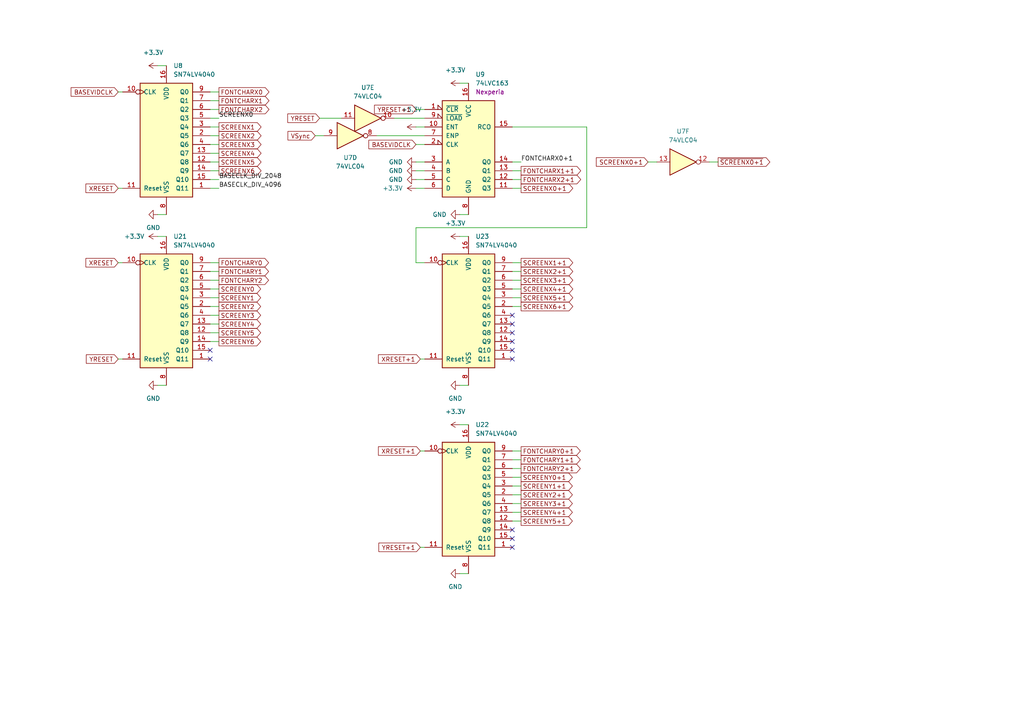
<source format=kicad_sch>
(kicad_sch (version 20211123) (generator eeschema)
  (paper "A4")
  (title_block (title "JupiterAce Z80 plus KIO and new memory format.") (rev "${REVNUM}") (company "Ontobus") (comment 1 "John Bradley") (comment 2 "https://creativecommons.org/licenses/by-nc-sa/4.0/") (comment 3 "Attribution-NonCommercial-ShareAlike 4.0 International License.") (comment 4 "This work is licensed under a Creative Commons "))
  (lib_symbols
    (symbol "74xx-FIX:74LS04"
      (property "Reference" "U" (at 0 1.27 0))
      (property "Value" "74LS04" (at 0 -1.27 0))
      (symbol "74LS04_1_0"
        (polyline (pts (xy -3.81 3.81) (xy -3.81 -3.81) (xy 3.81 0) (xy -3.81 3.81)) (stroke (width 0.254)) (fill (type background)))
        (pin input line (at -7.62 0 0) (length 3.81) (name "~") (number "1"))
        (pin output inverted (at 7.62 0 180) (length 3.81) (name "~") (number "2"))
      )
      (symbol "74LS04_2_0"
        (polyline (pts (xy -3.81 3.81) (xy -3.81 -3.81) (xy 3.81 0) (xy -3.81 3.81)) (stroke (width 0.254)) (fill (type background)))
        (pin input line (at -7.62 0 0) (length 3.81) (name "~") (number "3"))
        (pin output inverted (at 7.62 0 180) (length 3.81) (name "~") (number "4"))
      )
      (symbol "74LS04_3_0"
        (polyline (pts (xy -3.81 3.81) (xy -3.81 -3.81) (xy 3.81 0) (xy -3.81 3.81)) (stroke (width 0.254)) (fill (type background)))
        (pin input line (at -7.62 0 0) (length 3.81) (name "~") (number "5"))
        (pin output inverted (at 7.62 0 180) (length 3.81) (name "~") (number "6"))
      )
      (symbol "74LS04_4_0"
        (polyline (pts (xy -3.81 3.81) (xy -3.81 -3.81) (xy 3.81 0) (xy -3.81 3.81)) (stroke (width 0.254)) (fill (type background)))
        (pin output inverted (at 7.62 0 180) (length 3.81) (name "~") (number "8"))
        (pin input line (at -7.62 0 0) (length 3.81) (name "~") (number "9"))
      )
      (symbol "74LS04_5_0"
        (polyline (pts (xy -3.81 3.81) (xy -3.81 -3.81) (xy 3.81 0) (xy -3.81 3.81)) (stroke (width 0.254)) (fill (type background)))
        (pin output inverted (at 7.62 0 180) (length 3.81) (name "~") (number "10"))
        (pin input line (at -7.62 0 0) (length 3.81) (name "~") (number "11"))
      )
      (symbol "74LS04_6_0"
        (polyline (pts (xy -3.81 3.81) (xy -3.81 -3.81) (xy 3.81 0) (xy -3.81 3.81)) (stroke (width 0.254)) (fill (type background)))
        (pin output inverted (at 7.62 0 180) (length 3.81) (name "~") (number "12"))
        (pin input line (at -7.62 0 0) (length 3.81) (name "~") (number "13"))
      )
      (symbol "74LS04_7_0"
        (pin power_in line (at 0 12.7 270) (length 5.08) (name "VCC") (number "14"))
        (pin power_in line (at 0 -12.7 90) (length 5.08) (name "GND") (number "7"))
      )
      (symbol "74LS04_7_1"
        (rectangle (start -5.08 7.62) (end 5.08 -7.62) (stroke (width 0.254)) (fill (type background)))
      )
    )
    (symbol "74xx-FIX:74LS163" (pin_names (offset 1.016))
      (property "Reference" "U" (at -7.62 16.51 0))
      (property "Value" "74LS163" (at -7.62 -16.51 0))
      (symbol "74LS163_1_0"
        (pin input input_low (at -12.7 12.7 0) (length 5.08) (name "~{CLR}") (number "1"))
        (pin input line (at -12.7 7.62 0) (length 5.08) (name "ENT") (number "10"))
        (pin output line (at 12.7 -10.16 180) (length 5.08) (name "Q3") (number "11"))
        (pin output line (at 12.7 -7.62 180) (length 5.08) (name "Q2") (number "12"))
        (pin output line (at 12.7 -5.08 180) (length 5.08) (name "Q1") (number "13"))
        (pin output line (at 12.7 -2.54 180) (length 5.08) (name "Q0") (number "14"))
        (pin output line (at 12.7 7.62 180) (length 5.08) (name "RCO") (number "15"))
        (pin power_in line (at 0 20.32 270) (length 5.08) (name "VCC") (number "16"))
        (pin input input_low (at -12.7 2.54 0) (length 5.08) (name "CLK") (number "2"))
        (pin input line (at -12.7 -2.54 0) (length 5.08) (name "A") (number "3"))
        (pin input line (at -12.7 -5.08 0) (length 5.08) (name "B") (number "4"))
        (pin input line (at -12.7 -7.62 0) (length 5.08) (name "C") (number "5"))
        (pin input line (at -12.7 -10.16 0) (length 5.08) (name "D") (number "6"))
        (pin input line (at -12.7 5.08 0) (length 5.08) (name "ENP") (number "7"))
        (pin power_in line (at 0 -17.78 90) (length 5.08) (name "GND") (number "8"))
        (pin input input_low (at -12.7 10.16 0) (length 5.08) (name "~{LOAD}") (number "9"))
      )
      (symbol "74LS163_1_1"
        (rectangle (start -7.62 15.24) (end 7.62 -12.7) (stroke (width 0.254)) (fill (type background)))
      )
    )
    (symbol "ExtraSymbols:74HCT4040" (pin_names (offset 1.016))
      (property "Reference" "U" (at -7.62 16.51 0))
      (property "Value" "74HCT4040" (at -7.62 -19.05 0))
      (symbol "74HCT4040_1_0"
        (pin output line (at 12.7 -15.24 180) (length 5.08) (name "Q11") (number "1"))
        (pin input inverted_clock (at -12.7 12.7 0) (length 5.08) (name "CLK") (number "10"))
        (pin input line (at -12.7 -15.24 0) (length 5.08) (name "Reset") (number "11"))
        (pin output line (at 12.7 -7.62 180) (length 5.08) (name "Q8") (number "12"))
        (pin output line (at 12.7 -5.08 180) (length 5.08) (name "Q7") (number "13"))
        (pin output line (at 12.7 -10.16 180) (length 5.08) (name "Q9") (number "14"))
        (pin output line (at 12.7 -12.7 180) (length 5.08) (name "Q10") (number "15"))
        (pin power_in line (at 0 20.32 270) (length 5.08) (name "VDD") (number "16"))
        (pin output line (at 12.7 0 180) (length 5.08) (name "Q5") (number "2"))
        (pin output line (at 12.7 2.54 180) (length 5.08) (name "Q4") (number "3"))
        (pin output line (at 12.7 -2.54 180) (length 5.08) (name "Q6") (number "4"))
        (pin output line (at 12.7 5.08 180) (length 5.08) (name "Q3") (number "5"))
        (pin output line (at 12.7 7.62 180) (length 5.08) (name "Q2") (number "6"))
        (pin output line (at 12.7 10.16 180) (length 5.08) (name "Q1") (number "7"))
        (pin power_in line (at 0 -22.86 90) (length 5.08) (name "VSS") (number "8"))
        (pin output line (at 12.7 12.7 180) (length 5.08) (name "Q0") (number "9"))
      )
      (symbol "74HCT4040_1_1"
        (rectangle (start -7.62 15.24) (end 7.62 -17.78) (stroke (width 0.254)) (fill (type background)))
      )
    )
    (symbol "power:+3.3V" (power) (pin_names (offset 0))
      (property "Value" "+3.3V" (at 0 3.556 0))
      (symbol "+3.3V_0_1"
        (polyline (pts (xy -0.762 1.27) (xy 0 2.54)))
        (polyline (pts (xy 0 0) (xy 0 2.54)))
        (polyline (pts (xy 0 2.54) (xy 0.762 1.27)))
      )
      (symbol "+3.3V_1_1"
        (pin power_in line (at 0 0 90) (length 0) hide (name "+3.3V") (number "1"))
      )
    )
    (symbol "power:GND" (power) (pin_names (offset 0))
      (property "Value" "GND" (at 0 -3.81 0))
      (symbol "GND_0_1"
        (polyline (pts (xy 0 0) (xy 0 -1.27) (xy 1.27 -1.27) (xy 0 -2.54) (xy -1.27 -1.27) (xy 0 -1.27)))
      )
      (symbol "GND_1_1"
        (pin power_in line (at 0 0 270) (length 0) hide (name "GND") (number "1"))
      )
    )
  )
  (no_connect (at 148.59 91.44))
  (no_connect (at 148.59 93.98))
  (no_connect (at 148.59 96.52))
  (no_connect (at 148.59 99.06))
  (no_connect (at 60.96 104.14))
  (no_connect (at 148.59 104.14))
  (no_connect (at 148.59 101.6))
  (no_connect (at 148.59 153.67))
  (no_connect (at 60.96 101.6))
  (no_connect (at 148.59 156.21))
  (no_connect (at 148.59 158.75))
  (wire (pts (xy 148.59 146.05) (xy 151.13 146.05)))
  (wire (pts (xy 133.35 111.76) (xy 135.89 111.76)))
  (wire (pts (xy 91.44 39.37) (xy 93.98 39.37)))
  (wire (pts (xy 63.5 96.52) (xy 60.96 96.52)))
  (wire (pts (xy 148.59 133.35) (xy 151.13 133.35)))
  (wire (pts (xy 35.56 54.61) (xy 34.29 54.61)))
  (wire (pts (xy 148.59 76.2) (xy 151.13 76.2)))
  (wire (pts (xy 35.56 104.14) (xy 34.29 104.14)))
  (wire (pts (xy 148.59 49.53) (xy 151.13 49.53)))
  (wire (pts (xy 133.35 68.58) (xy 135.89 68.58)))
  (wire (pts (xy 208.28 46.99) (xy 205.74 46.99)))
  (wire (pts (xy 60.96 29.21) (xy 63.5 29.21)))
  (wire (pts (xy 148.59 46.99) (xy 151.13 46.99)))
  (wire (pts (xy 123.19 104.14) (xy 121.92 104.14)))
  (wire (pts (xy 60.96 41.91) (xy 63.5 41.91)))
  (wire (pts (xy 34.29 76.2) (xy 35.56 76.2)))
  (wire (pts (xy 60.96 31.75) (xy 63.5 31.75)))
  (wire (pts (xy 133.35 123.19) (xy 135.89 123.19)))
  (wire (pts (xy 148.59 54.61) (xy 151.13 54.61)))
  (wire (pts (xy 45.72 68.58) (xy 48.26 68.58)))
  (wire (pts (xy 60.96 44.45) (xy 63.5 44.45)))
  (wire (pts (xy 148.59 78.74) (xy 151.13 78.74)))
  (wire (pts (xy 109.22 39.37) (xy 123.19 39.37)))
  (wire (pts (xy 45.72 111.76) (xy 48.26 111.76)))
  (wire (pts (xy 148.59 140.97) (xy 151.13 140.97)))
  (wire (pts (xy 45.72 19.05) (xy 48.26 19.05)))
  (wire (pts (xy 120.65 36.83) (xy 123.19 36.83)))
  (wire (pts (xy 120.65 31.75) (xy 123.19 31.75)))
  (wire (pts (xy 114.3 34.29) (xy 123.19 34.29)))
  (wire (pts (xy 60.96 86.36) (xy 63.5 86.36)))
  (wire (pts (xy 120.65 49.53) (xy 123.19 49.53)))
  (wire (pts (xy 120.65 54.61) (xy 123.19 54.61)))
  (wire (pts (xy 60.96 34.29) (xy 63.5 34.29)))
  (wire (pts (xy 133.35 166.37) (xy 135.89 166.37)))
  (wire (pts (xy 148.59 36.83) (xy 170.18 36.83)))
  (wire (pts (xy 120.65 76.2) (xy 123.19 76.2)))
  (wire (pts (xy 34.29 26.67) (xy 35.56 26.67)))
  (wire (pts (xy 45.72 62.23) (xy 48.26 62.23)))
  (wire (pts (xy 187.96 46.99) (xy 190.5 46.99)))
  (wire (pts (xy 120.65 52.07) (xy 123.19 52.07)))
  (wire (pts (xy 60.96 81.28) (xy 63.5 81.28)))
  (wire (pts (xy 120.65 46.99) (xy 123.19 46.99)))
  (wire (pts (xy 148.59 81.28) (xy 151.13 81.28)))
  (wire (pts (xy 148.59 143.51) (xy 151.13 143.51)))
  (wire (pts (xy 133.35 24.13) (xy 135.89 24.13)))
  (wire (pts (xy 148.59 130.81) (xy 151.13 130.81)))
  (wire (pts (xy 148.59 86.36) (xy 151.13 86.36)))
  (wire (pts (xy 120.65 66.04) (xy 170.18 66.04)))
  (wire (pts (xy 60.96 49.53) (xy 63.5 49.53)))
  (wire (pts (xy 148.59 83.82) (xy 151.13 83.82)))
  (wire (pts (xy 120.65 66.04) (xy 120.65 76.2)))
  (wire (pts (xy 60.96 78.74) (xy 63.5 78.74)))
  (wire (pts (xy 60.96 36.83) (xy 63.5 36.83)))
  (wire (pts (xy 148.59 148.59) (xy 151.13 148.59)))
  (wire (pts (xy 151.13 151.13) (xy 148.59 151.13)))
  (wire (pts (xy 170.18 36.83) (xy 170.18 66.04)))
  (wire (pts (xy 60.96 26.67) (xy 63.5 26.67)))
  (wire (pts (xy 148.59 88.9) (xy 151.13 88.9)))
  (wire (pts (xy 60.96 52.07) (xy 63.5 52.07)))
  (wire (pts (xy 92.71 34.29) (xy 99.06 34.29)))
  (wire (pts (xy 60.96 93.98) (xy 63.5 93.98)))
  (wire (pts (xy 133.35 62.23) (xy 135.89 62.23)))
  (wire (pts (xy 63.5 99.06) (xy 60.96 99.06)))
  (wire (pts (xy 60.96 46.99) (xy 63.5 46.99)))
  (wire (pts (xy 60.96 91.44) (xy 63.5 91.44)))
  (wire (pts (xy 120.65 41.91) (xy 123.19 41.91)))
  (wire (pts (xy 148.59 52.07) (xy 151.13 52.07)))
  (wire (pts (xy 60.96 54.61) (xy 63.5 54.61)))
  (wire (pts (xy 123.19 158.75) (xy 121.92 158.75)))
  (wire (pts (xy 60.96 39.37) (xy 63.5 39.37)))
  (wire (pts (xy 121.92 130.81) (xy 123.19 130.81)))
  (wire (pts (xy 60.96 88.9) (xy 63.5 88.9)))
  (wire (pts (xy 60.96 83.82) (xy 63.5 83.82)))
  (wire (pts (xy 60.96 76.2) (xy 63.5 76.2)))
  (wire (pts (xy 148.59 135.89) (xy 151.13 135.89)))
  (wire (pts (xy 148.59 138.43) (xy 151.13 138.43)))
  (label "FONTCHARX0+1" (at 151.13 46.99 0))
  (label "SCREENX0" (at 63.5 34.29 0))
  (label "BASECLK_DIV_4096" (at 63.5 54.61 0))
  (label "BASECLK_DIV_2048" (at 63.5 52.07 0))
  (global_label "SCREENX5" (shape output) (at 63.5 46.99 0) (property "Intersheet References" "${INTERSHEET_REFS}" (at 75.7102 46.9106 0) (effects (justify left))))
  (global_label "FONTCHARY2" (shape output) (at 63.5 81.28 0) (property "Intersheet References" "${INTERSHEET_REFS}" (at 77.8874 81.2006 0) (effects (justify left))))
  (global_label "SCREENX2" (shape output) (at 63.5 39.37 0) (property "Intersheet References" "${INTERSHEET_REFS}" (at 75.7102 39.2906 0) (effects (justify left))))
  (global_label "YRESET+1" (shape input) (at 120.65 31.75 180) (property "Intersheet References" "${INTERSHEET_REFS}" (at 108.6212 31.6706 0) (effects (justify right))))
  (global_label "FONTCHARX1+1" (shape output) (at 151.13 49.53 0) (property "Intersheet References" "${INTERSHEET_REFS}" (at 168.4202 49.4506 0) (effects (justify left))))
  (global_label "~{SCREENX0+1}" (shape output) (at 208.28 46.99 0) (property "Intersheet References" "${INTERSHEET_REFS}" (at 223.2721 46.9106 0) (effects (justify left))))
  (global_label "FONTCHARX1" (shape output) (at 63.5 29.21 0) (property "Intersheet References" "${INTERSHEET_REFS}" (at 78.0083 29.1306 0) (effects (justify left))))
  (global_label "SCREENY2+1" (shape output) (at 151.13 143.51 0) (property "Intersheet References" "${INTERSHEET_REFS}" (at 166.0012 143.4306 0) (effects (justify left))))
  (global_label "SCREENX1" (shape output) (at 63.5 36.83 0) (property "Intersheet References" "${INTERSHEET_REFS}" (at 75.7102 36.7506 0) (effects (justify left))))
  (global_label "SCREENX1+1" (shape output) (at 151.13 76.2 0) (property "Intersheet References" "${INTERSHEET_REFS}" (at 166.1221 76.1206 0) (effects (justify left))))
  (global_label "SCREENX0+1" (shape input) (at 187.96 46.99 180) (property "Intersheet References" "${INTERSHEET_REFS}" (at 172.9679 46.9106 0) (effects (justify right))))
  (global_label "YRESET+1" (shape input) (at 121.92 158.75 180) (property "Intersheet References" "${INTERSHEET_REFS}" (at 109.8912 158.6706 0) (effects (justify right))))
  (global_label "FONTCHARY1+1" (shape output) (at 151.13 133.35 0) (property "Intersheet References" "${INTERSHEET_REFS}" (at 168.2993 133.2706 0) (effects (justify left))))
  (global_label "SCREENX3+1" (shape output) (at 151.13 81.28 0) (property "Intersheet References" "${INTERSHEET_REFS}" (at 166.1221 81.2006 0) (effects (justify left))))
  (global_label "XRESET+1" (shape input) (at 121.92 130.81 180) (property "Intersheet References" "${INTERSHEET_REFS}" (at 109.7702 130.7306 0) (effects (justify right))))
  (global_label "BASEVIDCLK" (shape input) (at 120.65 41.91 180) (property "Intersheet References" "${INTERSHEET_REFS}" (at 106.9883 41.8306 0) (effects (justify right))))
  (global_label "XRESET" (shape input) (at 34.29 76.2 180) (property "Intersheet References" "${INTERSHEET_REFS}" (at 24.9221 76.1206 0) (effects (justify right))))
  (global_label "SCREENY0+1" (shape output) (at 151.13 138.43 0) (property "Intersheet References" "${INTERSHEET_REFS}" (at 166.0012 138.3506 0) (effects (justify left))))
  (global_label "SCREENY0" (shape output) (at 63.5 83.82 0) (property "Intersheet References" "${INTERSHEET_REFS}" (at 75.5893 83.7406 0) (effects (justify left))))
  (global_label "SCREENX0+1" (shape output) (at 151.13 54.61 0) (property "Intersheet References" "${INTERSHEET_REFS}" (at 166.1221 54.5306 0) (effects (justify left))))
  (global_label "FONTCHARX0" (shape output) (at 63.5 26.67 0) (property "Intersheet References" "${INTERSHEET_REFS}" (at 78.0083 26.5906 0) (effects (justify left))))
  (global_label "SCREENY3" (shape output) (at 63.5 91.44 0) (property "Intersheet References" "${INTERSHEET_REFS}" (at 75.5893 91.3606 0) (effects (justify left))))
  (global_label "SCREENX3" (shape output) (at 63.5 41.91 0) (property "Intersheet References" "${INTERSHEET_REFS}" (at 75.7102 41.8306 0) (effects (justify left))))
  (global_label "SCREENY4+1" (shape output) (at 151.13 148.59 0) (property "Intersheet References" "${INTERSHEET_REFS}" (at 166.0012 148.5106 0) (effects (justify left))))
  (global_label "YRESET" (shape input) (at 92.71 34.29 180) (property "Intersheet References" "${INTERSHEET_REFS}" (at 83.4631 34.2106 0) (effects (justify right))))
  (global_label "SCREENY4" (shape output) (at 63.5 93.98 0) (property "Intersheet References" "${INTERSHEET_REFS}" (at 75.5893 93.9006 0) (effects (justify left))))
  (global_label "SCREENX4+1" (shape output) (at 151.13 83.82 0) (property "Intersheet References" "${INTERSHEET_REFS}" (at 166.1221 83.7406 0) (effects (justify left))))
  (global_label "FONTCHARX2" (shape output) (at 63.5 31.75 0) (property "Intersheet References" "${INTERSHEET_REFS}" (at 78.0083 31.6706 0) (effects (justify left))))
  (global_label "XRESET" (shape input) (at 34.29 54.61 180) (property "Intersheet References" "${INTERSHEET_REFS}" (at 24.9221 54.5306 0) (effects (justify right))))
  (global_label "BASEVIDCLK" (shape input) (at 34.29 26.67 180) (property "Intersheet References" "${INTERSHEET_REFS}" (at 20.6283 26.5906 0) (effects (justify right))))
  (global_label "SCREENX5+1" (shape output) (at 151.13 86.36 0) (property "Intersheet References" "${INTERSHEET_REFS}" (at 166.1221 86.2806 0) (effects (justify left))))
  (global_label "YRESET" (shape input) (at 34.29 104.14 180) (property "Intersheet References" "${INTERSHEET_REFS}" (at 25.0431 104.0606 0) (effects (justify right))))
  (global_label "SCREENY6" (shape output) (at 63.5 99.06 0) (property "Intersheet References" "${INTERSHEET_REFS}" (at 75.5893 98.9806 0) (effects (justify left))))
  (global_label "FONTCHARX2+1" (shape output) (at 151.13 52.07 0) (property "Intersheet References" "${INTERSHEET_REFS}" (at 168.4202 51.9906 0) (effects (justify left))))
  (global_label "FONTCHARY1" (shape output) (at 63.5 78.74 0) (property "Intersheet References" "${INTERSHEET_REFS}" (at 77.8874 78.6606 0) (effects (justify left))))
  (global_label "XRESET+1" (shape input) (at 121.92 104.14 180) (property "Intersheet References" "${INTERSHEET_REFS}" (at 109.7702 104.0606 0) (effects (justify right))))
  (global_label "SCREENY1" (shape output) (at 63.5 86.36 0) (property "Intersheet References" "${INTERSHEET_REFS}" (at 75.5893 86.2806 0) (effects (justify left))))
  (global_label "SCREENX2+1" (shape output) (at 151.13 78.74 0) (property "Intersheet References" "${INTERSHEET_REFS}" (at 166.1221 78.6606 0) (effects (justify left))))
  (global_label "FONTCHARY2+1" (shape output) (at 151.13 135.89 0) (property "Intersheet References" "${INTERSHEET_REFS}" (at 168.2993 135.8106 0) (effects (justify left))))
  (global_label "SCREENX6+1" (shape output) (at 151.13 88.9 0) (property "Intersheet References" "${INTERSHEET_REFS}" (at 166.1221 88.8206 0) (effects (justify left))))
  (global_label "FONTCHARY0+1" (shape output) (at 151.13 130.81 0) (property "Intersheet References" "${INTERSHEET_REFS}" (at 168.2993 130.7306 0) (effects (justify left))))
  (global_label "SCREENX4" (shape output) (at 63.5 44.45 0) (property "Intersheet References" "${INTERSHEET_REFS}" (at 75.7102 44.3706 0) (effects (justify left))))
  (global_label "SCREENY1+1" (shape output) (at 151.13 140.97 0) (property "Intersheet References" "${INTERSHEET_REFS}" (at 166.0012 140.8906 0) (effects (justify left))))
  (global_label "SCREENX6" (shape output) (at 63.5 49.53 0) (property "Intersheet References" "${INTERSHEET_REFS}" (at 75.7102 49.4506 0) (effects (justify left))))
  (global_label "SCREENY5+1" (shape output) (at 151.13 151.13 0) (property "Intersheet References" "${INTERSHEET_REFS}" (at 166.0012 151.0506 0) (effects (justify left))))
  (global_label "SCREENY5" (shape output) (at 63.5 96.52 0) (property "Intersheet References" "${INTERSHEET_REFS}" (at 75.5893 96.4406 0) (effects (justify left))))
  (global_label "FONTCHARY0" (shape output) (at 63.5 76.2 0) (property "Intersheet References" "${INTERSHEET_REFS}" (at 77.8874 76.1206 0) (effects (justify left))))
  (global_label "SCREENY2" (shape output) (at 63.5 88.9 0) (property "Intersheet References" "${INTERSHEET_REFS}" (at 75.5893 88.8206 0) (effects (justify left))))
  (global_label "VSync" (shape input) (at 91.44 39.37 180) (property "Intersheet References" "${INTERSHEET_REFS}" (at 83.5236 39.2906 0) (effects (justify right))))
  (global_label "SCREENY3+1" (shape output) (at 151.13 146.05 0) (property "Intersheet References" "${INTERSHEET_REFS}" (at 166.0012 145.9706 0) (effects (justify left))))
  (symbol (lib_id "power:GND") (at 120.65 46.99 270) (unit 1)
    (property "Reference" "#02" (effects hide))
    (property "Value" "GND" (at 116.84 46.9899 90) (effects (justify right)))
  )
  (symbol (lib_id "74xx-FIX:74LS04") (at 198.12 46.99 0) (unit 6)
    (property "Reference" "U7" (at 198.12 38.1 0))
    (property "Value" "74VLC04" (at 198.12 40.64 0))
    (property "Footprint" "Package_SO:SOIC-14_3.9x8.7mm_P1.27mm" (effects hide))
    (property "Datasheet" "http://www.ti.com/lit/gpn/sn74LS04" (effects hide))
  )
  (symbol (lib_id "74xx-FIX:74LS04") (at 101.6 39.37 0) (unit 4)
    (property "Reference" "U7" (at 101.6 45.72 0))
    (property "Value" "74VLC04" (at 101.6 48.26 0))
    (property "Footprint" "Package_SO:SOIC-14_3.9x8.7mm_P1.27mm" (effects hide))
    (property "Datasheet" "http://www.ti.com/lit/gpn/sn74LS04" (effects hide))
  )
  (symbol (lib_id "power:GND") (at 133.35 111.76 270) (unit 1)
    (property "Reference" "#01" (effects hide))
    (property "Value" "GND" (at 132.08 115.57 90))
  )
  (symbol (lib_id "ExtraSymbols:74HCT4040") (at 135.89 88.9 0) (unit 1)
    (property "Reference" "U23" (at 137.9094 68.58 0) (effects (justify left)))
    (property "Value" "SN74LV4040" (at 137.9094 71.12 0) (effects (justify left)))
    (property "Footprint" "Package_SO:SOIC-16_3.9x9.9mm_P1.27mm" (effects hide))
    (property "Datasheet" "https://assets.nexperia.com/documents/data-sheet/74HC590.pdf" (effects hide))
  )
  (symbol (lib_id "power:GND") (at 120.65 52.07 270) (unit 1)
    (property "Reference" "#04" (effects hide))
    (property "Value" "GND" (at 116.84 52.0699 90) (effects (justify right)))
  )
  (symbol (lib_id "power:+3.3V") (at 120.65 54.61 90) (unit 1)
    (property "Reference" "#PWR01" (effects hide))
    (property "Value" "+3.3V" (at 116.84 54.6099 90) (effects (justify left)))
  )
  (symbol (lib_id "power:+3.3V") (at 45.72 19.05 90) (unit 1)
    (property "Reference" "#PWR03" (effects hide))
    (property "Value" "+3.3V" (at 44.45 15.24 90))
  )
  (symbol (lib_id "power:+3.3V") (at 133.35 123.19 90) (unit 1)
    (property "Reference" "#PWR0113" (effects hide))
    (property "Value" "+3.3V" (at 132.08 119.38 90))
  )
  (symbol (lib_id "power:+3.3V") (at 120.65 36.83 90) (unit 1)
    (property "Reference" "#PWR05" (effects hide))
    (property "Value" "+3.3V" (at 119.38 31.75 90))
  )
  (symbol (lib_id "ExtraSymbols:74HCT4040") (at 48.26 88.9 0) (unit 1)
    (property "Reference" "U21" (at 50.2794 68.58 0) (effects (justify left)))
    (property "Value" "SN74LV4040" (at 50.2794 71.12 0) (effects (justify left)))
    (property "Footprint" "Package_SO:SOIC-16_3.9x9.9mm_P1.27mm" (effects hide))
    (property "Datasheet" "http://www.intersil.com/content/dam/Intersil/documents/cd40/cd4020bms-24bms-40bms.pdf" (effects hide))
    (property "Description" "CD74HCT4040E, 12-stage Binary Counter, Up Counter 5V, 16-Pin PDIP" (effects hide))
    (property "Height" "5.08" (effects hide))
    (property "Mouser Part Number" "595-CD74HCT4040E" (effects hide))
    (property "RS Part Number" "0635252P" (effects hide))
  )
  (symbol (lib_id "power:GND") (at 120.65 49.53 270) (unit 1)
    (property "Reference" "#03" (effects hide))
    (property "Value" "GND" (at 116.84 49.5299 90) (effects (justify right)))
  )
  (symbol (lib_id "power:GND") (at 133.35 166.37 270) (unit 1)
    (property "Reference" "#0102" (effects hide))
    (property "Value" "GND" (at 132.08 170.18 90))
  )
  (symbol (lib_id "ExtraSymbols:74HCT4040") (at 48.26 39.37 0) (unit 1)
    (property "Reference" "U8" (at 50.2794 19.05 0) (effects (justify left)))
    (property "Value" "SN74LV4040" (at 50.2794 21.59 0) (effects (justify left)))
    (property "Footprint" "Package_SO:SOIC-16_3.9x9.9mm_P1.27mm" (effects hide))
    (property "Datasheet" "http://www.intersil.com/content/dam/Intersil/documents/cd40/cd4020bms-24bms-40bms.pdf" (effects hide))
    (property "Description" "CD74HCT4040E, 12-stage Binary Counter, Up Counter 5V, 16-Pin PDIP" (effects hide))
    (property "Height" "5.08" (effects hide))
    (property "Mouser Part Number" "595-CD74HCT4040E" (effects hide))
    (property "RS Part Number" "0635252P" (effects hide))
  )
  (symbol (lib_id "power:GND") (at 133.35 62.23 270) (unit 1)
    (property "Reference" "#05" (effects hide))
    (property "Value" "GND" (at 129.54 62.2299 90) (effects (justify right)))
  )
  (symbol (lib_id "74xx-FIX:74LS04") (at 106.68 34.29 0) (unit 5)
    (property "Reference" "U7" (at 106.68 25.4 0))
    (property "Value" "74VLC04" (at 106.68 27.94 0))
    (property "Footprint" "Package_SO:SOIC-14_3.9x8.7mm_P1.27mm" (effects hide))
    (property "Datasheet" "http://www.ti.com/lit/gpn/sn74LS04" (effects hide))
  )
  (symbol (lib_id "power:GND") (at 45.72 62.23 270) (unit 1)
    (property "Reference" "#0107" (effects hide))
    (property "Value" "GND" (at 44.45 66.04 90))
  )
  (symbol (lib_id "power:+3.3V") (at 133.35 24.13 90) (unit 1)
    (property "Reference" "#PWR02" (effects hide))
    (property "Value" "+3.3V" (at 132.08 20.32 90))
  )
  (symbol (lib_id "power:+3.3V") (at 133.35 68.58 90) (unit 1)
    (property "Reference" "#PWR06" (effects hide))
    (property "Value" "+3.3V" (at 132.08 64.77 90))
  )
  (symbol (lib_id "power:GND") (at 45.72 111.76 270) (unit 1)
    (property "Reference" "#0106" (effects hide))
    (property "Value" "GND" (at 44.45 115.57 90))
  )
  (symbol (lib_id "74xx-FIX:74LS163") (at 135.89 44.45 0) (unit 1)
    (property "Reference" "U9" (at 137.9094 21.59 0) (effects (justify left)))
    (property "Value" "74LVC163" (at 137.9094 24.13 0) (effects (justify left)))
    (property "Footprint" "Package_SO:SOIC-16_3.9x9.9mm_P1.27mm" (effects hide))
    (property "Datasheet" "https://assets.nexperia.com/documents/data-sheet/74LVC163.pdf" (effects hide))
    (property "Manufacturer" "Nexperia" (at 137.9094 26.67 0) (effects (justify left)))
  )
  (symbol (lib_id "ExtraSymbols:74HCT4040") (at 135.89 143.51 0) (unit 1)
    (property "Reference" "U22" (at 137.9094 123.19 0) (effects (justify left)))
    (property "Value" "SN74LV4040" (at 137.9094 125.73 0) (effects (justify left)))
    (property "Footprint" "Package_SO:SOIC-16_3.9x9.9mm_P1.27mm" (effects hide))
    (property "Datasheet" "http://www.intersil.com/content/dam/Intersil/documents/cd40/cd4020bms-24bms-40bms.pdf" (effects hide))
    (property "Description" "CD74HCT4040E, 12-stage Binary Counter, Up Counter 5V, 16-Pin PDIP" (effects hide))
    (property "Height" "5.08" (effects hide))
    (property "Mouser Part Number" "595-CD74HCT4040E" (effects hide))
    (property "RS Part Number" "0635252P" (effects hide))
  )
  (symbol (lib_id "power:+3.3V") (at 45.72 68.58 90) (unit 1)
    (property "Reference" "#PWR04" (effects hide))
    (property "Value" "+3.3V" (at 41.91 68.5799 90) (effects (justify left)))
  )
)
</source>
